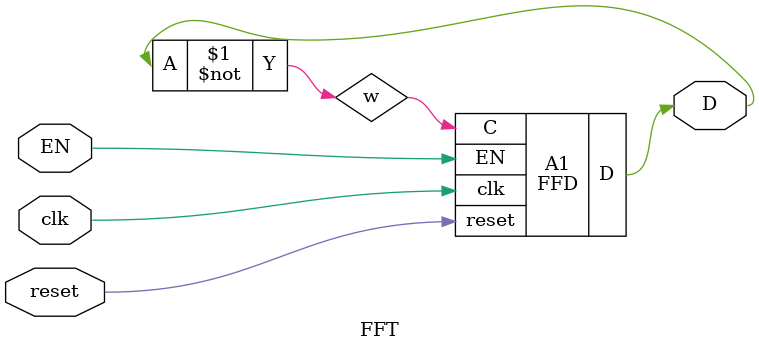
<source format=v>



// Flip Flop D 1 bit
module FFD(input wire clk, EN, reset, input wire C, output reg D);
  always @ (posedge clk, posedge reset) begin

// Non-blockinf assigment
    if(reset) // Colocar todos los valores en 0
      D <= 1'b0;

    else if(EN == 1) // Enabled encendido cuenta cuenta cada flanco del reloj
      D <= C;
  end
endmodule

// Módulo flip flop tipo T
module FFT(input wire clk, EN, reset, output D);
    wire w;
    assign w = ~D;

    FFD A1(clk, EN, reset, w, D);
endmodule

</source>
